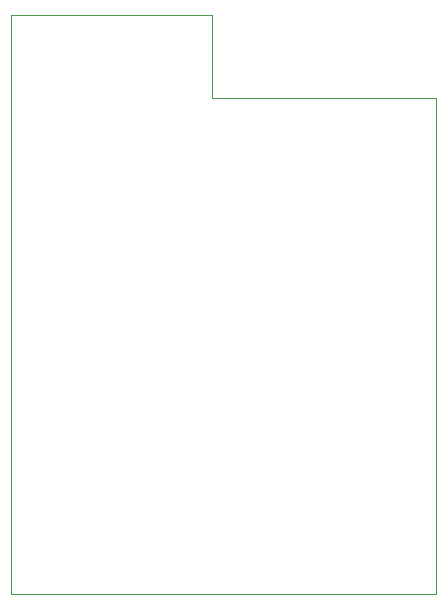
<source format=gm1>
G04 #@! TF.FileFunction,Profile,NP*
%FSLAX46Y46*%
G04 Gerber Fmt 4.6, Leading zero omitted, Abs format (unit mm)*
G04 Created by KiCad (PCBNEW 4.0.6) date Saturday, October 28, 2017 'PMt' 05:20:16 PM*
%MOMM*%
%LPD*%
G01*
G04 APERTURE LIST*
%ADD10C,0.100000*%
G04 APERTURE END LIST*
D10*
X121000000Y-43000000D02*
X104000000Y-43000000D01*
X121000000Y-50000000D02*
X121000000Y-43000000D01*
X140000000Y-50000000D02*
X140000000Y-92000000D01*
X121000000Y-50000000D02*
X140000000Y-50000000D01*
X104000000Y-92000000D02*
X104000000Y-43000000D01*
X140000000Y-92000000D02*
X104000000Y-92000000D01*
M02*

</source>
